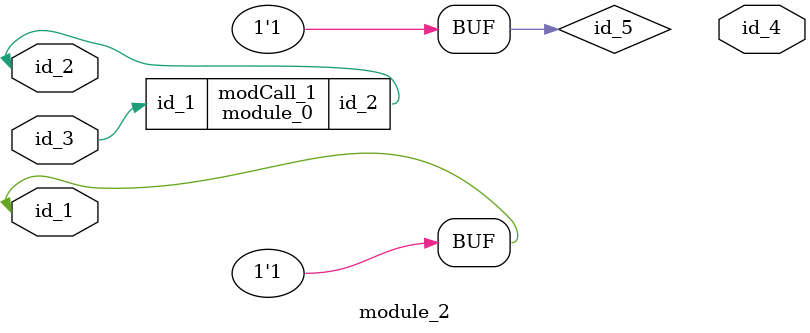
<source format=v>
module module_0 (
    id_1,
    id_2
);
  inout wire id_2;
  input wire id_1;
  wire id_3 = id_3;
  wire id_5;
endmodule
module module_1 (
    id_1,
    id_2,
    id_3
);
  inout wire id_3;
  inout wire id_2;
  input wire id_1;
  module_0 modCall_1 (
      id_3,
      id_2
  );
endmodule
module module_2 (
    id_1,
    id_2,
    id_3,
    id_4
);
  output wire id_4;
  input wire id_3;
  inout wire id_2;
  input wire id_1;
  reg id_5 = 1;
  always begin : LABEL_0
    id_5 <= id_1 && 1;
    id_5 <= 1;
    id_5 = id_5;
    id_5 = 1;
  end
  module_0 modCall_1 (
      id_3,
      id_2
  );
  assign id_5 = id_1;
  wire id_6;
endmodule

</source>
